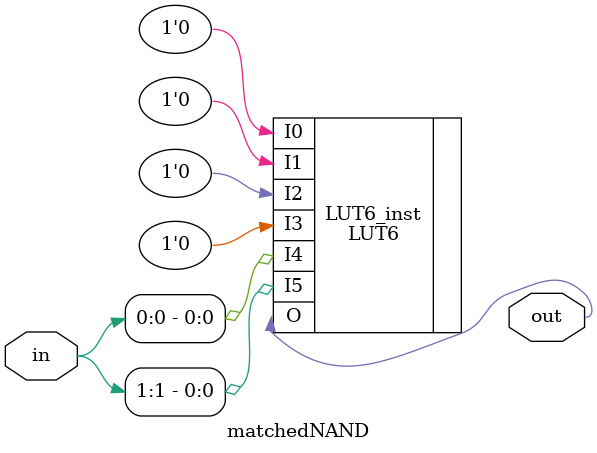
<source format=v>
`timescale 1ns / 1ps


module matchedNAND(
        input [1:0]     in,     // NAND input.
        output          out     // NAND output.
    );

    // Instantiation lookup table:
    LUT6 #(
        .INIT(64'h0000FFFFFFFFFFFF)
    ) LUT6_inst (
        .O(out),
        .I0(1'b0),
        .I1(1'b0),
        .I2(1'b0),
        .I3(1'b0),
        .I4(in[0]),
        .I5(in[1])
    );

endmodule

</source>
